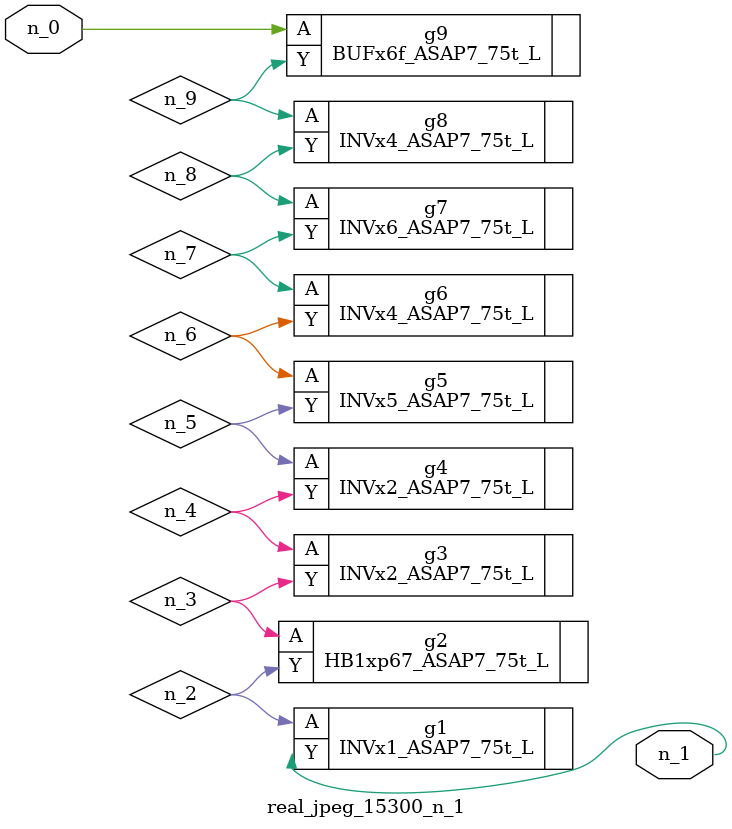
<source format=v>
module real_jpeg_15300_n_1 (n_0, n_1);

input n_0;

output n_1;

wire n_5;
wire n_4;
wire n_8;
wire n_2;
wire n_6;
wire n_7;
wire n_3;
wire n_9;

BUFx6f_ASAP7_75t_L g9 ( 
.A(n_0),
.Y(n_9)
);

INVx1_ASAP7_75t_L g1 ( 
.A(n_2),
.Y(n_1)
);

HB1xp67_ASAP7_75t_L g2 ( 
.A(n_3),
.Y(n_2)
);

INVx2_ASAP7_75t_L g3 ( 
.A(n_4),
.Y(n_3)
);

INVx2_ASAP7_75t_L g4 ( 
.A(n_5),
.Y(n_4)
);

INVx5_ASAP7_75t_L g5 ( 
.A(n_6),
.Y(n_5)
);

INVx4_ASAP7_75t_L g6 ( 
.A(n_7),
.Y(n_6)
);

INVx6_ASAP7_75t_L g7 ( 
.A(n_8),
.Y(n_7)
);

INVx4_ASAP7_75t_L g8 ( 
.A(n_9),
.Y(n_8)
);


endmodule
</source>
